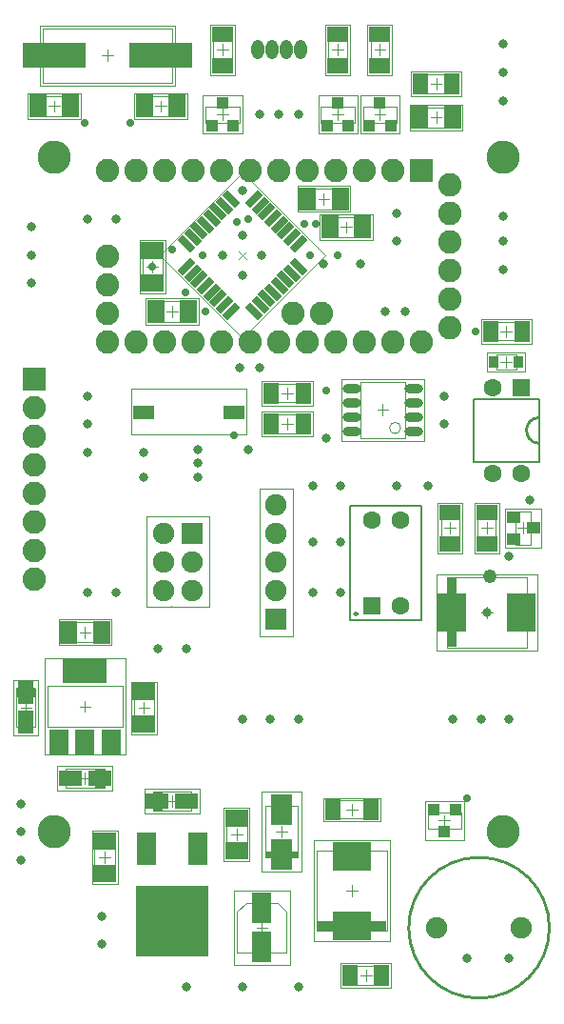
<source format=gts>
G04*
G04 #@! TF.GenerationSoftware,Altium Limited,Altium Designer,21.3.2 (30)*
G04*
G04 Layer_Color=8388736*
%FSLAX25Y25*%
%MOIN*%
G70*
G04*
G04 #@! TF.SameCoordinates,3F51CCC3-8A4B-4D73-A1D2-239D5F55BC23*
G04*
G04*
G04 #@! TF.FilePolarity,Negative*
G04*
G01*
G75*
%ADD10C,0.01000*%
%ADD12C,0.00787*%
%ADD15C,0.00394*%
%ADD18R,0.03307X0.06692*%
%ADD19R,0.06692X0.03307*%
%ADD20R,0.03765X0.24488*%
%ADD21R,0.24488X0.03765*%
%ADD22R,0.11496X0.02436*%
%ADD23C,0.00197*%
%ADD47R,0.05918X0.07887*%
%ADD48R,0.22453X0.08674*%
%ADD49R,0.07480X0.04724*%
%ADD50R,0.07887X0.05918*%
%ADD51R,0.07099X0.10642*%
%ADD52R,0.07887X0.05642*%
%ADD53R,0.05642X0.07887*%
%ADD54R,0.10446X0.13202*%
%ADD55R,0.13202X0.10446*%
%ADD56R,0.07493X0.10642*%
%ADD57R,0.03261X0.04068*%
%ADD58R,0.05721X0.07296*%
%ADD59O,0.06509X0.03162*%
%ADD60R,0.04627X0.03958*%
%ADD61R,0.06706X0.08674*%
%ADD62R,0.15761X0.08674*%
%ADD63R,0.03950X0.04343*%
%ADD64R,0.07296X0.05524*%
%ADD65R,0.05524X0.07296*%
%ADD66R,0.25603X0.24816*%
%ADD67R,0.06706X0.11824*%
G04:AMPARAMS|DCode=68|XSize=25.59mil|YSize=62.99mil|CornerRadius=0mil|HoleSize=0mil|Usage=FLASHONLY|Rotation=225.000|XOffset=0mil|YOffset=0mil|HoleType=Round|Shape=Rectangle|*
%AMROTATEDRECTD68*
4,1,4,-0.01322,0.03132,0.03132,-0.01322,0.01322,-0.03132,-0.03132,0.01322,-0.01322,0.03132,0.0*
%
%ADD68ROTATEDRECTD68*%

G04:AMPARAMS|DCode=69|XSize=25.59mil|YSize=62.99mil|CornerRadius=0mil|HoleSize=0mil|Usage=FLASHONLY|Rotation=315.000|XOffset=0mil|YOffset=0mil|HoleType=Round|Shape=Rectangle|*
%AMROTATEDRECTD69*
4,1,4,-0.03132,-0.01322,0.01322,0.03132,0.03132,0.01322,-0.01322,-0.03132,-0.03132,-0.01322,0.0*
%
%ADD69ROTATEDRECTD69*%

%ADD70C,0.08200*%
%ADD71R,0.08200X0.08200*%
%ADD72C,0.07493*%
%ADD73C,0.06312*%
%ADD74R,0.06312X0.06312*%
%ADD75O,0.04343X0.06706*%
%ADD76R,0.07493X0.07493*%
%ADD77R,0.08200X0.08200*%
%ADD78C,0.11627*%
%ADD79C,0.02800*%
%ADD80C,0.03300*%
%ADD81C,0.04800*%
D10*
X191282Y25589D02*
G03*
X191282Y25492I-24648J-97D01*
G01*
X123937Y135307D02*
G03*
X123937Y135307I-500J0D01*
G01*
X187593Y204036D02*
G03*
X187458Y195049I166J-4497D01*
G01*
D12*
X121437Y173307D02*
X146437D01*
Y133307D02*
Y173307D01*
X121437Y133307D02*
X146437D01*
X121437D02*
Y173307D01*
Y133307D02*
Y173307D01*
X164760Y188567D02*
Y210567D01*
Y188567D02*
X187760D01*
X164760Y210567D02*
X187760D01*
Y188567D02*
Y210567D01*
D15*
X44713Y198209D02*
X85213D01*
Y214209D01*
X44713D02*
X85213D01*
X44713Y198209D02*
Y214209D01*
X72008Y145630D02*
Y161484D01*
X50197Y169543D02*
X62008D01*
X50197Y137953D02*
Y169543D01*
X72008Y161484D02*
Y169543D01*
X58697D02*
X72102D01*
X58858Y137953D02*
Y138043D01*
X50197Y137953D02*
X72102D01*
X72008D02*
Y145630D01*
X89567Y127638D02*
Y179213D01*
X101378D01*
Y127638D02*
Y179213D01*
X89567Y127638D02*
X101378D01*
X82270Y262219D02*
X85053Y259435D01*
X82270Y259435D02*
X85053Y262219D01*
X54570Y260827D02*
X83661Y289918D01*
Y231735D02*
X112753Y260827D01*
X54570D02*
X83661Y231735D01*
Y289918D02*
X112753Y260827D01*
X139173Y200394D02*
G03*
X139173Y200394I-1969J0D01*
G01*
X105512Y284055D02*
X118898D01*
X105512Y276969D02*
X118898D01*
X105512D02*
Y284055D01*
X118898Y276969D02*
Y284055D01*
X59153Y321161D02*
Y340256D01*
X13681Y321161D02*
Y340256D01*
Y321161D02*
X59153D01*
X13681Y340256D02*
X59153D01*
X55709Y250197D02*
Y263583D01*
X48622Y250197D02*
Y263583D01*
X55709D01*
X48622Y250197D02*
X55709D01*
X96063Y34252D02*
X99213Y31102D01*
X81890Y16929D02*
X99213Y16732D01*
X81890Y31102D02*
X85039Y34252D01*
X96063D01*
X99213Y16732D02*
Y31102D01*
X81890Y16929D02*
Y31102D01*
X78150Y64764D02*
X85236D01*
X78150Y51378D02*
X85236D01*
Y64764D01*
X78150Y51378D02*
Y64764D01*
X52362Y66536D02*
X65807D01*
X52362Y73228D02*
X65807D01*
Y66536D02*
Y73228D01*
X52362Y66536D02*
Y73228D01*
X31890Y43504D02*
X38976D01*
X31890Y56890D02*
X38976D01*
X31890Y43504D02*
Y56890D01*
X38976Y43504D02*
Y56890D01*
X21791Y81102D02*
X35236D01*
X21791Y74410D02*
X35236D01*
X21791D02*
Y81102D01*
X35236Y74410D02*
Y81102D01*
X45669Y109055D02*
X52756D01*
X45669Y95669D02*
X52756D01*
Y109055D01*
X45669Y95669D02*
Y109055D01*
X4528Y95847D02*
Y109291D01*
X11220Y95847D02*
Y109291D01*
X4528Y95847D02*
X11220D01*
X4528Y109291D02*
X11220D01*
X35236Y125394D02*
Y132480D01*
X21850Y125394D02*
Y132480D01*
Y125394D02*
X35236D01*
X21850Y132480D02*
X35236D01*
X52362Y237598D02*
Y244685D01*
X65748Y237598D02*
Y244685D01*
X52362D02*
X65748D01*
X52362Y237598D02*
X65748D01*
X113386Y274213D02*
X126772D01*
X113386Y267126D02*
X126772D01*
X113386D02*
Y274213D01*
X126772Y267126D02*
Y274213D01*
X158268Y305512D02*
Y312598D01*
X144882Y305512D02*
Y312598D01*
Y305512D02*
X158268D01*
X144882Y312598D02*
X158268D01*
X48425Y316535D02*
X61811D01*
X48425Y309449D02*
X61811D01*
X48425D02*
Y316535D01*
X61811Y309449D02*
Y316535D01*
X11024Y309449D02*
Y316535D01*
X24409Y309449D02*
Y316535D01*
X11024D02*
X24409D01*
X11024Y309449D02*
X24409D01*
X183287Y123583D02*
Y148071D01*
X155295Y123583D02*
Y148071D01*
Y123583D02*
X183287D01*
X155295Y148071D02*
X183287D01*
X109803Y24390D02*
Y52382D01*
X134291Y24390D02*
Y52382D01*
X109803Y24390D02*
X134291D01*
X109803Y52382D02*
X134291D01*
X91693Y68110D02*
X103189D01*
X91693Y50000D02*
X103189D01*
Y68110D01*
X91693Y50000D02*
Y68110D01*
X172638Y220768D02*
Y226083D01*
X179724Y220768D02*
Y226083D01*
X172638D02*
X179724D01*
X172638Y220768D02*
X179724D01*
X115945Y63878D02*
Y69980D01*
X128150Y63878D02*
Y69980D01*
X115945D02*
X128150D01*
X115945Y63878D02*
X128150D01*
X125000Y216535D02*
X140748D01*
X125000Y196850D02*
X140748D01*
X125000D02*
Y216535D01*
X140748Y196850D02*
Y216535D01*
X179331Y159449D02*
X184843D01*
X179331Y171260D02*
X184843D01*
Y159449D02*
Y171260D01*
X179331Y159449D02*
Y171260D01*
X15354Y95669D02*
X41732D01*
X15354Y110236D02*
X41732D01*
X15354Y95669D02*
Y110236D01*
X41732Y95669D02*
Y110236D01*
X148622Y60236D02*
Y65748D01*
Y60236D02*
X160433D01*
X148622Y65748D02*
X160433D01*
Y60236D02*
Y65748D01*
X82677Y307283D02*
Y312795D01*
X70866D02*
X82677D01*
X70866Y307283D02*
X82677D01*
X70866D02*
Y312795D01*
X123031Y307283D02*
Y312795D01*
X111221D02*
X123031D01*
X111221Y307283D02*
X123031D01*
X111221D02*
Y312795D01*
X137795Y307283D02*
Y312795D01*
X125984D02*
X137795D01*
X125984Y307283D02*
X137795D01*
X125984D02*
Y312795D01*
X153248Y158957D02*
Y171752D01*
X159744Y158957D02*
Y171752D01*
X153248Y158957D02*
X159744D01*
X153248Y171752D02*
X159744D01*
X169783Y237500D02*
X182579D01*
X169783Y231004D02*
X182579D01*
X169783D02*
Y237500D01*
X182579Y231004D02*
Y237500D01*
X172539Y158957D02*
Y171752D01*
X166043Y158957D02*
Y171752D01*
X172539D01*
X166043Y158957D02*
X172539D01*
X120571Y12106D02*
X133366D01*
X120571Y5610D02*
X133366D01*
X120571D02*
Y12106D01*
X133366Y5610D02*
Y12106D01*
X145177Y324114D02*
X157972D01*
X145177Y317618D02*
X157972D01*
X145177D02*
Y324114D01*
X157972Y317618D02*
Y324114D01*
X80020Y326279D02*
Y339075D01*
X73524Y326279D02*
Y339075D01*
X80020D01*
X73524Y326279D02*
X80020D01*
X120374D02*
Y339075D01*
X113878Y326279D02*
Y339075D01*
X120374D01*
X113878Y326279D02*
X120374D01*
X135138D02*
Y339075D01*
X128642Y326279D02*
Y339075D01*
X135138D01*
X128642Y326279D02*
X135138D01*
X93012Y209350D02*
X105807D01*
X93012Y215846D02*
X105807D01*
Y209350D02*
Y215846D01*
X93012Y209350D02*
Y215846D01*
Y198524D02*
X105807D01*
X93012Y205020D02*
X105807D01*
Y198524D02*
Y205020D01*
X93012Y198524D02*
Y205020D01*
X112205Y278543D02*
Y282480D01*
X110236Y280512D02*
X114173D01*
X34449Y330709D02*
X38386D01*
X36417Y328740D02*
Y332677D01*
X50197Y256890D02*
X54134D01*
X52165Y254921D02*
Y258858D01*
X90551Y23622D02*
Y27559D01*
X88583Y25591D02*
X92520D01*
X81693Y56102D02*
Y60039D01*
X79724Y58071D02*
X83661D01*
X59055Y67913D02*
Y71850D01*
X57087Y69882D02*
X61024D01*
X35433Y48228D02*
Y52165D01*
X33465Y50197D02*
X37402D01*
X28543Y75787D02*
Y79724D01*
X26575Y77756D02*
X30512D01*
X49213Y100394D02*
Y104331D01*
X47244Y102362D02*
X51181D01*
X5906Y102598D02*
X9843D01*
X7874Y100630D02*
Y104567D01*
X26575Y128937D02*
X30512D01*
X28543Y126969D02*
Y130905D01*
X57087Y241142D02*
X61024D01*
X59055Y239173D02*
Y243110D01*
X120079Y268701D02*
Y272638D01*
X118110Y270669D02*
X122047D01*
X149606Y309055D02*
X153543D01*
X151575Y307087D02*
Y311024D01*
X55118D02*
Y314961D01*
X53150Y312992D02*
X57087D01*
X15748D02*
X19685D01*
X17717Y311024D02*
Y314961D01*
X167323Y135827D02*
X171260D01*
X169291Y133858D02*
Y137795D01*
X120079Y38386D02*
X124016D01*
X122047Y36417D02*
Y40354D01*
X97441Y57087D02*
Y61024D01*
X95472Y59055D02*
X99409D01*
X174213Y223425D02*
X178150D01*
X176181Y221457D02*
Y225394D01*
X120079Y66929D02*
X124016D01*
X122047Y64961D02*
Y68898D01*
X132874Y204724D02*
Y208661D01*
X130905Y206693D02*
X134843D01*
X182087Y163386D02*
Y167323D01*
X180118Y165354D02*
X184055D01*
X28543Y100984D02*
Y104921D01*
X26575Y102953D02*
X30512D01*
X154528Y61024D02*
Y64961D01*
X152559Y62992D02*
X156496D01*
X76772Y308071D02*
Y312008D01*
X74803Y310039D02*
X78740D01*
X117126Y308071D02*
Y312008D01*
X115157Y310039D02*
X119095D01*
X131890Y308071D02*
Y312008D01*
X129921Y310039D02*
X133858D01*
X154528Y165354D02*
X158465D01*
X156496Y163386D02*
Y167323D01*
X176181Y232283D02*
Y236221D01*
X174213Y234252D02*
X178150D01*
X167323Y165354D02*
X171260D01*
X169291Y163386D02*
Y167323D01*
X126969Y6890D02*
Y10827D01*
X125000Y8858D02*
X128937D01*
X151575Y318898D02*
Y322835D01*
X149606Y320866D02*
X153543D01*
X74803Y332677D02*
X78740D01*
X76772Y330709D02*
Y334646D01*
X115157Y332677D02*
X119095D01*
X117126Y330709D02*
Y334646D01*
X129921Y332677D02*
X133858D01*
X131890Y330709D02*
Y334646D01*
X99410Y210630D02*
Y214567D01*
X97441Y212598D02*
X101378D01*
X99410Y199803D02*
Y203740D01*
X97441Y201772D02*
X101378D01*
D18*
X53959Y69881D02*
D03*
X33640Y77755D02*
D03*
D19*
X7873Y107696D02*
D03*
D20*
X157178Y135827D02*
D03*
D21*
X122047Y26272D02*
D03*
D22*
X97443Y51219D02*
D03*
D23*
X102953Y285039D02*
X121457D01*
X102953Y275984D02*
X121457D01*
X102953D02*
Y285039D01*
X121457Y275984D02*
Y285039D01*
X60138Y320177D02*
Y341240D01*
X12697Y320177D02*
Y341240D01*
Y320177D02*
X60138D01*
X12697Y341240D02*
X60138D01*
X56693Y247638D02*
Y266142D01*
X47638Y247638D02*
Y266142D01*
X56693D01*
X47638Y247638D02*
X56693D01*
X80709Y38583D02*
X100394D01*
X80709Y12598D02*
X100394D01*
Y38583D01*
X80709Y12598D02*
Y38583D01*
X77165Y67323D02*
X86221D01*
X77165Y48819D02*
X86221D01*
Y67323D01*
X77165Y48819D02*
Y67323D01*
X49370Y65551D02*
Y74213D01*
Y65551D02*
X68740D01*
X49370Y74213D02*
X68740D01*
Y65551D02*
Y74213D01*
X30906Y40945D02*
X39961D01*
X30906Y59449D02*
X39961D01*
X30906Y40945D02*
Y59449D01*
X39961Y40945D02*
Y59449D01*
X38228Y73425D02*
Y82087D01*
X18858D02*
X38228D01*
X18858Y73425D02*
X38228D01*
X18858D02*
Y82087D01*
X44685Y111614D02*
X53740D01*
X44685Y93110D02*
X53740D01*
Y111614D01*
X44685Y93110D02*
Y111614D01*
X3543Y112284D02*
X12205D01*
X3543Y92913D02*
Y112284D01*
X12205Y92913D02*
Y112284D01*
X3543Y92913D02*
X12205D01*
X37795Y124409D02*
Y133465D01*
X19291Y124409D02*
Y133465D01*
Y124409D02*
X37795D01*
X19291Y133465D02*
X37795D01*
X49803Y236614D02*
Y245669D01*
X68307Y236614D02*
Y245669D01*
X49803D02*
X68307D01*
X49803Y236614D02*
X68307D01*
X110827Y275197D02*
X129331D01*
X110827Y266142D02*
X129331D01*
X110827D02*
Y275197D01*
X129331Y266142D02*
Y275197D01*
X160827Y304528D02*
Y313583D01*
X142323Y304528D02*
Y313583D01*
Y304528D02*
X160827D01*
X142323Y313583D02*
X160827D01*
X45866Y317520D02*
X64370D01*
X45866Y308465D02*
X64370D01*
X45866D02*
Y317520D01*
X64370Y308465D02*
Y317520D01*
X8465Y308465D02*
Y317520D01*
X26969Y308465D02*
Y317520D01*
X8465D02*
X26969D01*
X8465Y308465D02*
X26969D01*
X187008Y122441D02*
Y149213D01*
X151575Y122441D02*
Y149213D01*
Y122441D02*
X187008D01*
X151575Y149213D02*
X187008D01*
X108661Y20669D02*
Y56102D01*
X135433Y20669D02*
Y56102D01*
X108661Y20669D02*
X135433D01*
X108661Y56102D02*
X135433D01*
X90551Y73055D02*
X104331D01*
X90551Y45055D02*
X104331D01*
Y73055D01*
X90551Y45055D02*
Y73055D01*
X169488Y220079D02*
Y226772D01*
X182874Y220079D02*
Y226772D01*
X169488D02*
X182874D01*
X169488Y220079D02*
X182874D01*
X112008Y62894D02*
Y70965D01*
X132087Y62894D02*
Y70965D01*
X112008D02*
X132087D01*
X112008Y62894D02*
X132087D01*
X118307Y217520D02*
X147441D01*
X118307Y195866D02*
X147441D01*
X118307D02*
Y217520D01*
X147441Y195866D02*
Y217520D01*
X175787Y158465D02*
X188386D01*
X175787Y172244D02*
X188386D01*
Y158465D02*
Y172244D01*
X175787Y158465D02*
Y172244D01*
X14370Y86221D02*
X42717D01*
X14370Y119685D02*
X42717D01*
X14370Y86221D02*
Y119685D01*
X42717Y86221D02*
Y119685D01*
X147638Y69685D02*
X161417D01*
X147638Y56299D02*
X161417D01*
Y69685D01*
X147638Y56299D02*
Y69685D01*
X69882Y303346D02*
X83661D01*
X69882Y316732D02*
X83661D01*
X69882Y303346D02*
Y316732D01*
X83661Y303346D02*
Y316732D01*
X110236Y303346D02*
X124016D01*
X110236Y316732D02*
X124016D01*
X110236Y303346D02*
Y316732D01*
X124016Y303346D02*
Y316732D01*
X125000Y303346D02*
X138779D01*
X125000Y316732D02*
X138779D01*
X125000Y303346D02*
Y316732D01*
X138779Y303346D02*
Y316732D01*
X152165Y156496D02*
Y174213D01*
X160827Y156496D02*
Y174213D01*
X152165Y156496D02*
X160827D01*
X152165Y174213D02*
X160827D01*
X167323Y238583D02*
X185039D01*
X167323Y229921D02*
X185039D01*
X167323D02*
Y238583D01*
X185039Y229921D02*
Y238583D01*
X173622Y156496D02*
Y174213D01*
X164961Y156496D02*
Y174213D01*
X173622D01*
X164961Y156496D02*
X173622D01*
X118110Y13189D02*
X135827D01*
X118110Y4528D02*
X135827D01*
X118110D02*
Y13189D01*
X135827Y4528D02*
Y13189D01*
X142717Y325197D02*
X160433D01*
X142717Y316535D02*
X160433D01*
X142717D02*
Y325197D01*
X160433Y316535D02*
Y325197D01*
X81102Y323819D02*
Y341535D01*
X72441Y323819D02*
Y341535D01*
X81102D01*
X72441Y323819D02*
X81102D01*
X121457D02*
Y341535D01*
X112795Y323819D02*
Y341535D01*
X121457D01*
X112795Y323819D02*
X121457D01*
X136221D02*
Y341535D01*
X127559Y323819D02*
Y341535D01*
X136221D01*
X127559Y323819D02*
X136221D01*
X90551Y208268D02*
X108268D01*
X90551Y216929D02*
X108268D01*
Y208268D02*
Y216929D01*
X90551Y208268D02*
Y216929D01*
Y197441D02*
X108268D01*
X90551Y206102D02*
X108268D01*
Y197441D02*
Y206102D01*
X90551Y197441D02*
Y206102D01*
D47*
X106496Y280512D02*
D03*
X117913D02*
D03*
X34252Y128937D02*
D03*
X22835D02*
D03*
X53347Y241142D02*
D03*
X64764D02*
D03*
X114370Y270669D02*
D03*
X125787D02*
D03*
X157283Y309055D02*
D03*
X145866D02*
D03*
X49409Y312992D02*
D03*
X60827D02*
D03*
X12008D02*
D03*
X23425D02*
D03*
D48*
X17717Y330709D02*
D03*
X55118D02*
D03*
D49*
X49213Y205709D02*
D03*
X80709D02*
D03*
D50*
X52165Y262598D02*
D03*
Y251181D02*
D03*
X81693Y63779D02*
D03*
Y52362D02*
D03*
X35433Y44488D02*
D03*
Y55905D02*
D03*
X49213Y108071D02*
D03*
Y96653D02*
D03*
D51*
X90551Y32480D02*
D03*
Y18701D02*
D03*
D52*
X64213Y69882D02*
D03*
X53898D02*
D03*
X23386Y77756D02*
D03*
X33701D02*
D03*
D53*
X7874Y97441D02*
D03*
Y107756D02*
D03*
D54*
X181496Y135827D02*
D03*
X157087D02*
D03*
D55*
X122047Y26181D02*
D03*
Y50591D02*
D03*
D56*
X97441Y66929D02*
D03*
Y51181D02*
D03*
D57*
X171801Y223425D02*
D03*
X180561D02*
D03*
D58*
X115256Y66929D02*
D03*
X128839D02*
D03*
D59*
X122146Y214193D02*
D03*
Y209193D02*
D03*
Y204193D02*
D03*
Y199193D02*
D03*
X143602Y214193D02*
D03*
Y209193D02*
D03*
Y204193D02*
D03*
Y199193D02*
D03*
D60*
X185571Y165354D02*
D03*
X178602Y161614D02*
D03*
Y169095D02*
D03*
D61*
X19488Y90551D02*
D03*
X28543D02*
D03*
X37598D02*
D03*
D62*
X28543Y115354D02*
D03*
D63*
X158268Y66929D02*
D03*
X150787D02*
D03*
X154528Y59055D02*
D03*
X73032Y306102D02*
D03*
X80512D02*
D03*
X76772Y313976D02*
D03*
X113386Y306102D02*
D03*
X120866D02*
D03*
X117126Y313976D02*
D03*
X128150Y306102D02*
D03*
X135630D02*
D03*
X131890Y313976D02*
D03*
D64*
X156496Y159843D02*
D03*
Y170866D02*
D03*
X169291D02*
D03*
Y159843D02*
D03*
X76772Y338189D02*
D03*
Y327165D02*
D03*
X117126Y338189D02*
D03*
Y327165D02*
D03*
X131890Y338189D02*
D03*
Y327165D02*
D03*
D65*
X170669Y234252D02*
D03*
X181693D02*
D03*
X121457Y8858D02*
D03*
X132480D02*
D03*
X146063Y320866D02*
D03*
X157087D02*
D03*
X104921Y212598D02*
D03*
X93898D02*
D03*
X104921Y201772D02*
D03*
X93898D02*
D03*
D66*
X58913Y27756D02*
D03*
D67*
X67913Y53150D02*
D03*
X49913D02*
D03*
D68*
X103288Y256790D02*
D03*
X101061Y254563D02*
D03*
X98834Y252336D02*
D03*
X96606Y250109D02*
D03*
X94379Y247882D02*
D03*
X92152Y245655D02*
D03*
X89925Y243427D02*
D03*
X87698Y241200D02*
D03*
X64035Y264863D02*
D03*
X66262Y267091D02*
D03*
X68489Y269318D02*
D03*
X70716Y271545D02*
D03*
X72944Y273772D02*
D03*
X75171Y275999D02*
D03*
X77398Y278226D02*
D03*
X79625Y280453D02*
D03*
D69*
Y241200D02*
D03*
X77398Y243427D02*
D03*
X75171Y245655D02*
D03*
X72944Y247882D02*
D03*
X70716Y250109D02*
D03*
X68489Y252336D02*
D03*
X66262Y254563D02*
D03*
X64035Y256790D02*
D03*
X87698Y280453D02*
D03*
X89925Y278226D02*
D03*
X92152Y275999D02*
D03*
X94379Y273772D02*
D03*
X96606Y271545D02*
D03*
X98834Y269318D02*
D03*
X101061Y267091D02*
D03*
X103288Y264863D02*
D03*
D70*
X10827Y147638D02*
D03*
Y157638D02*
D03*
Y167638D02*
D03*
Y177638D02*
D03*
Y187638D02*
D03*
Y197638D02*
D03*
Y207638D02*
D03*
X136417Y290354D02*
D03*
X126417D02*
D03*
X116417D02*
D03*
X106417D02*
D03*
X96417D02*
D03*
X86417D02*
D03*
X76417D02*
D03*
X66417D02*
D03*
X56417D02*
D03*
X46417D02*
D03*
X36417D02*
D03*
Y230354D02*
D03*
X46417D02*
D03*
X56417D02*
D03*
X66417D02*
D03*
X76417D02*
D03*
X86417D02*
D03*
X96417D02*
D03*
X106417D02*
D03*
X116417D02*
D03*
X126417D02*
D03*
X136417D02*
D03*
X146417D02*
D03*
X156417Y235354D02*
D03*
Y245354D02*
D03*
Y255354D02*
D03*
Y265354D02*
D03*
Y275354D02*
D03*
Y285354D02*
D03*
X36417Y240354D02*
D03*
Y250354D02*
D03*
Y260354D02*
D03*
X101417Y240354D02*
D03*
X111417D02*
D03*
D71*
X10827Y217638D02*
D03*
D72*
X181496Y25591D02*
D03*
X151575D02*
D03*
X56102Y163543D02*
D03*
Y153543D02*
D03*
Y143543D02*
D03*
X66102Y153543D02*
D03*
Y143543D02*
D03*
X95472Y173543D02*
D03*
Y163543D02*
D03*
Y143543D02*
D03*
Y153543D02*
D03*
D73*
X171260Y184567D02*
D03*
X181260D02*
D03*
X171260Y214567D02*
D03*
X138937Y138307D02*
D03*
X128937Y168307D02*
D03*
X138937D02*
D03*
D74*
X181260Y214567D02*
D03*
X128937Y138307D02*
D03*
D75*
X98957Y332677D02*
D03*
X93957D02*
D03*
X88957D02*
D03*
X103957D02*
D03*
D76*
X66102Y163543D02*
D03*
X95472Y133543D02*
D03*
D77*
X146417Y290354D02*
D03*
D78*
X17717Y59055D02*
D03*
X175197D02*
D03*
X175197Y295276D02*
D03*
X17717D02*
D03*
D79*
X52165Y256890D02*
D03*
X59055Y262795D02*
D03*
X69882Y260827D02*
D03*
X117126D02*
D03*
X107283D02*
D03*
X105315Y271654D02*
D03*
X109252D02*
D03*
X63703Y247691D02*
D03*
X70866Y241142D02*
D03*
X28543Y307087D02*
D03*
X44291D02*
D03*
X81693Y272638D02*
D03*
X85630Y273622D02*
D03*
X162402Y70866D02*
D03*
X165354Y234252D02*
D03*
X80709Y197835D02*
D03*
X113189Y213583D02*
D03*
D80*
X184375Y175303D02*
D03*
X89567Y221457D02*
D03*
X82677D02*
D03*
X133858Y241142D02*
D03*
X140755Y241210D02*
D03*
X154528Y201772D02*
D03*
Y211614D02*
D03*
X113189Y196850D02*
D03*
X148622Y180118D02*
D03*
X137795D02*
D03*
X177165Y155512D02*
D03*
X169291Y135827D02*
D03*
X118110Y142717D02*
D03*
X108268D02*
D03*
X118110Y180118D02*
D03*
X108268D02*
D03*
X118110Y160433D02*
D03*
X108268D02*
D03*
X177165Y98425D02*
D03*
X167323D02*
D03*
X157480D02*
D03*
X177165Y14764D02*
D03*
X162402D02*
D03*
X103347Y4921D02*
D03*
X83661D02*
D03*
X63976D02*
D03*
X34449Y19685D02*
D03*
Y29528D02*
D03*
X5906Y49213D02*
D03*
Y59055D02*
D03*
Y68898D02*
D03*
X103347Y98425D02*
D03*
X93504D02*
D03*
X83661D02*
D03*
X63976Y123031D02*
D03*
X54134D02*
D03*
X39370Y142717D02*
D03*
X29528D02*
D03*
X49213Y183071D02*
D03*
Y191929D02*
D03*
X29528D02*
D03*
Y201772D02*
D03*
Y211614D02*
D03*
X9843Y250984D02*
D03*
Y260827D02*
D03*
Y270669D02*
D03*
X29528Y273622D02*
D03*
X39370D02*
D03*
X83661Y283465D02*
D03*
X112205Y257874D02*
D03*
X125000D02*
D03*
X137795Y265748D02*
D03*
Y275590D02*
D03*
X175197Y255906D02*
D03*
Y265748D02*
D03*
Y274606D02*
D03*
Y314961D02*
D03*
Y324803D02*
D03*
Y334646D02*
D03*
X89567Y310039D02*
D03*
X96457D02*
D03*
X103347D02*
D03*
X83661Y253937D02*
D03*
X90551Y260827D02*
D03*
X83661Y267717D02*
D03*
X76772Y260827D02*
D03*
X85630Y192913D02*
D03*
X67913Y183071D02*
D03*
Y187992D02*
D03*
Y192913D02*
D03*
D81*
X170276Y148622D02*
D03*
M02*

</source>
